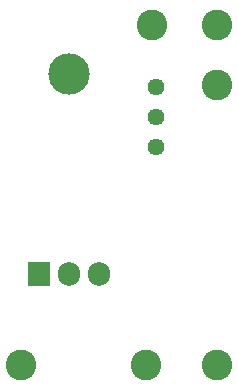
<source format=gbr>
%TF.GenerationSoftware,KiCad,Pcbnew,9.0.0*%
%TF.CreationDate,2025-02-28T18:37:17+01:00*%
%TF.ProjectId,C-Audio HV-CCS,432d4175-6469-46f2-9048-562d4343532e,rev?*%
%TF.SameCoordinates,Original*%
%TF.FileFunction,Soldermask,Bot*%
%TF.FilePolarity,Negative*%
%FSLAX46Y46*%
G04 Gerber Fmt 4.6, Leading zero omitted, Abs format (unit mm)*
G04 Created by KiCad (PCBNEW 9.0.0) date 2025-02-28 18:37:17*
%MOMM*%
%LPD*%
G01*
G04 APERTURE LIST*
%ADD10C,3.500000*%
%ADD11C,1.440000*%
%ADD12C,2.600000*%
%ADD13R,1.905000X2.000000*%
%ADD14O,1.905000X2.000000*%
G04 APERTURE END LIST*
D10*
%TO.C,H1*%
X142500000Y-91500000D03*
%TD*%
D11*
%TO.C,RV1*%
X149800000Y-97750000D03*
X149800000Y-95210000D03*
X149800000Y-92670001D03*
%TD*%
D12*
%TO.C,J5*%
X155000000Y-87350000D03*
%TD*%
%TO.C,J6*%
X149000000Y-116200000D03*
%TD*%
%TO.C,J1*%
X138400000Y-116200000D03*
%TD*%
%TO.C,J3*%
X155000000Y-92450000D03*
%TD*%
%TO.C,J4*%
X149450000Y-87350000D03*
%TD*%
%TO.C,J2*%
X155000000Y-116200000D03*
%TD*%
D13*
%TO.C,Q2*%
X139960000Y-108500000D03*
D14*
X142500000Y-108500000D03*
X145039999Y-108500000D03*
%TD*%
M02*

</source>
